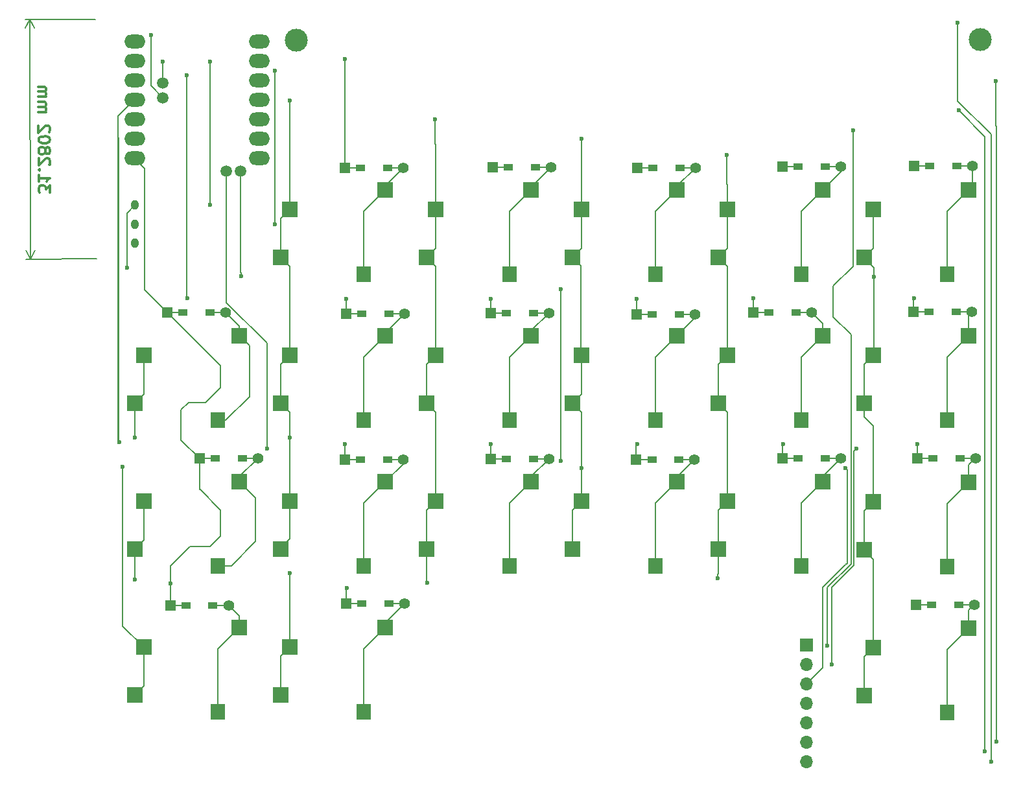
<source format=gbr>
%TF.GenerationSoftware,KiCad,Pcbnew,8.0.7*%
%TF.CreationDate,2025-02-26T14:12:20+09:00*%
%TF.ProjectId,cool642tb_R,636f6f6c-3634-4327-9462-5f522e6b6963,rev?*%
%TF.SameCoordinates,Original*%
%TF.FileFunction,Copper,L2,Bot*%
%TF.FilePolarity,Positive*%
%FSLAX46Y46*%
G04 Gerber Fmt 4.6, Leading zero omitted, Abs format (unit mm)*
G04 Created by KiCad (PCBNEW 8.0.7) date 2025-02-26 14:12:20*
%MOMM*%
%LPD*%
G01*
G04 APERTURE LIST*
%ADD10C,0.300000*%
%TA.AperFunction,NonConductor*%
%ADD11C,0.300000*%
%TD*%
%TA.AperFunction,NonConductor*%
%ADD12C,0.200000*%
%TD*%
%TA.AperFunction,ComponentPad*%
%ADD13R,1.397000X1.397000*%
%TD*%
%TA.AperFunction,SMDPad,CuDef*%
%ADD14R,1.300000X0.950000*%
%TD*%
%TA.AperFunction,ComponentPad*%
%ADD15C,1.397000*%
%TD*%
%TA.AperFunction,SMDPad,CuDef*%
%ADD16R,2.000000X2.000000*%
%TD*%
%TA.AperFunction,SMDPad,CuDef*%
%ADD17R,1.900000X2.000000*%
%TD*%
%TA.AperFunction,ComponentPad*%
%ADD18O,1.000000X1.300000*%
%TD*%
%TA.AperFunction,ComponentPad*%
%ADD19O,2.750000X1.800000*%
%TD*%
%TA.AperFunction,ComponentPad*%
%ADD20C,1.500000*%
%TD*%
%TA.AperFunction,ComponentPad*%
%ADD21R,1.700000X1.700000*%
%TD*%
%TA.AperFunction,ComponentPad*%
%ADD22O,1.700000X1.700000*%
%TD*%
%TA.AperFunction,ComponentPad*%
%ADD23C,3.000000*%
%TD*%
%TA.AperFunction,ViaPad*%
%ADD24C,0.600000*%
%TD*%
%TA.AperFunction,Conductor*%
%ADD25C,0.200000*%
%TD*%
G04 APERTURE END LIST*
D10*
D11*
X-38166205Y4719293D02*
X-38169173Y5647859D01*
X-38169173Y5647859D02*
X-38739001Y5146035D01*
X-38739001Y5146035D02*
X-38739686Y5360320D01*
X-38739686Y5360320D02*
X-38811571Y5502948D01*
X-38811571Y5502948D02*
X-38883227Y5574148D01*
X-38883227Y5574148D02*
X-39026312Y5645119D01*
X-39026312Y5645119D02*
X-39383453Y5643978D01*
X-39383453Y5643978D02*
X-39526081Y5572093D01*
X-39526081Y5572093D02*
X-39597281Y5500436D01*
X-39597281Y5500436D02*
X-39668252Y5357351D01*
X-39668252Y5357351D02*
X-39666882Y4928782D01*
X-39666882Y4928782D02*
X-39594997Y4786154D01*
X-39594997Y4786154D02*
X-39523341Y4714954D01*
X-39673733Y7071628D02*
X-39670993Y6214489D01*
X-39672363Y6643059D02*
X-38172370Y6647854D01*
X-38172370Y6647854D02*
X-38386198Y6504312D01*
X-38386198Y6504312D02*
X-38528598Y6360999D01*
X-38528598Y6360999D02*
X-38599569Y6217915D01*
X-39532932Y7714938D02*
X-39604588Y7786138D01*
X-39604588Y7786138D02*
X-39675788Y7714481D01*
X-39675788Y7714481D02*
X-39604131Y7643281D01*
X-39604131Y7643281D02*
X-39532932Y7714938D01*
X-39532932Y7714938D02*
X-39675788Y7714481D01*
X-38320707Y8361674D02*
X-38249507Y8433331D01*
X-38249507Y8433331D02*
X-38178536Y8576415D01*
X-38178536Y8576415D02*
X-38179678Y8933556D01*
X-38179678Y8933556D02*
X-38251562Y9076184D01*
X-38251562Y9076184D02*
X-38323219Y9147384D01*
X-38323219Y9147384D02*
X-38466304Y9218356D01*
X-38466304Y9218356D02*
X-38609160Y9217899D01*
X-38609160Y9217899D02*
X-38823216Y9145786D01*
X-38823216Y9145786D02*
X-39677615Y8285907D01*
X-39677615Y8285907D02*
X-39680583Y9214474D01*
X-38826185Y10074352D02*
X-38754300Y9931724D01*
X-38754300Y9931724D02*
X-38682644Y9860524D01*
X-38682644Y9860524D02*
X-38539559Y9789553D01*
X-38539559Y9789553D02*
X-38468131Y9789781D01*
X-38468131Y9789781D02*
X-38325503Y9861666D01*
X-38325503Y9861666D02*
X-38254303Y9933323D01*
X-38254303Y9933323D02*
X-38183331Y10076407D01*
X-38183331Y10076407D02*
X-38184245Y10362120D01*
X-38184245Y10362120D02*
X-38256130Y10504748D01*
X-38256130Y10504748D02*
X-38327786Y10575948D01*
X-38327786Y10575948D02*
X-38470871Y10646920D01*
X-38470871Y10646920D02*
X-38542299Y10646691D01*
X-38542299Y10646691D02*
X-38684927Y10574806D01*
X-38684927Y10574806D02*
X-38756127Y10503150D01*
X-38756127Y10503150D02*
X-38827098Y10360065D01*
X-38827098Y10360065D02*
X-38826185Y10074352D01*
X-38826185Y10074352D02*
X-38897157Y9931267D01*
X-38897157Y9931267D02*
X-38968356Y9859611D01*
X-38968356Y9859611D02*
X-39110984Y9787726D01*
X-39110984Y9787726D02*
X-39396697Y9786812D01*
X-39396697Y9786812D02*
X-39539782Y9857784D01*
X-39539782Y9857784D02*
X-39611439Y9928984D01*
X-39611439Y9928984D02*
X-39683324Y10071612D01*
X-39683324Y10071612D02*
X-39684237Y10357325D01*
X-39684237Y10357325D02*
X-39613265Y10500409D01*
X-39613265Y10500409D02*
X-39542066Y10572066D01*
X-39542066Y10572066D02*
X-39399438Y10643951D01*
X-39399438Y10643951D02*
X-39113725Y10644864D01*
X-39113725Y10644864D02*
X-38970640Y10573893D01*
X-38970640Y10573893D02*
X-38898983Y10502693D01*
X-38898983Y10502693D02*
X-38827098Y10360065D01*
X-38188127Y11576399D02*
X-38188583Y11719256D01*
X-38188583Y11719256D02*
X-38260468Y11861884D01*
X-38260468Y11861884D02*
X-38332125Y11933084D01*
X-38332125Y11933084D02*
X-38475210Y12004055D01*
X-38475210Y12004055D02*
X-38761151Y12074570D01*
X-38761151Y12074570D02*
X-39118292Y12073428D01*
X-39118292Y12073428D02*
X-39403776Y12001086D01*
X-39403776Y12001086D02*
X-39546404Y11929202D01*
X-39546404Y11929202D02*
X-39617604Y11857545D01*
X-39617604Y11857545D02*
X-39688576Y11714460D01*
X-39688576Y11714460D02*
X-39688119Y11571604D01*
X-39688119Y11571604D02*
X-39616234Y11428976D01*
X-39616234Y11428976D02*
X-39544577Y11357776D01*
X-39544577Y11357776D02*
X-39401493Y11286804D01*
X-39401493Y11286804D02*
X-39115551Y11216290D01*
X-39115551Y11216290D02*
X-38758410Y11217431D01*
X-38758410Y11217431D02*
X-38472926Y11289773D01*
X-38472926Y11289773D02*
X-38330298Y11361658D01*
X-38330298Y11361658D02*
X-38259098Y11433314D01*
X-38259098Y11433314D02*
X-38188127Y11576399D01*
X-38334408Y12647365D02*
X-38263208Y12719022D01*
X-38263208Y12719022D02*
X-38192237Y12862106D01*
X-38192237Y12862106D02*
X-38193379Y13219248D01*
X-38193379Y13219248D02*
X-38265264Y13361876D01*
X-38265264Y13361876D02*
X-38336920Y13433075D01*
X-38336920Y13433075D02*
X-38480005Y13504047D01*
X-38480005Y13504047D02*
X-38622861Y13503590D01*
X-38622861Y13503590D02*
X-38836918Y13431477D01*
X-38836918Y13431477D02*
X-39691316Y12571598D01*
X-39691316Y12571598D02*
X-39694284Y13500165D01*
X-39699993Y15285870D02*
X-38699998Y15289066D01*
X-38842855Y15288610D02*
X-38771655Y15360266D01*
X-38771655Y15360266D02*
X-38700683Y15503351D01*
X-38700683Y15503351D02*
X-38701368Y15717636D01*
X-38701368Y15717636D02*
X-38773253Y15860264D01*
X-38773253Y15860264D02*
X-38916338Y15931235D01*
X-38916338Y15931235D02*
X-39702048Y15928723D01*
X-38916338Y15931235D02*
X-38773710Y16003120D01*
X-38773710Y16003120D02*
X-38702738Y16146205D01*
X-38702738Y16146205D02*
X-38703424Y16360490D01*
X-38703424Y16360490D02*
X-38775308Y16503118D01*
X-38775308Y16503118D02*
X-38918393Y16574089D01*
X-38918393Y16574089D02*
X-39704103Y16571577D01*
X-39706387Y17285859D02*
X-38706392Y17289056D01*
X-38849249Y17288600D02*
X-38778049Y17360256D01*
X-38778049Y17360256D02*
X-38707077Y17503341D01*
X-38707077Y17503341D02*
X-38707762Y17717625D01*
X-38707762Y17717625D02*
X-38779647Y17860254D01*
X-38779647Y17860254D02*
X-38922732Y17931225D01*
X-38922732Y17931225D02*
X-39708442Y17928713D01*
X-38922732Y17931225D02*
X-38780104Y18003110D01*
X-38780104Y18003110D02*
X-38709132Y18146195D01*
X-38709132Y18146195D02*
X-38709817Y18360479D01*
X-38709817Y18360479D02*
X-38781702Y18503107D01*
X-38781702Y18503107D02*
X-38924787Y18574079D01*
X-38924787Y18574079D02*
X-39710497Y18571567D01*
D12*
X-32249997Y27378402D02*
X-41446659Y27349001D01*
X-32149997Y-3901598D02*
X-41346659Y-3930999D01*
X-40860242Y27350875D02*
X-40760242Y-3929125D01*
X-40860242Y27350875D02*
X-40760242Y-3929125D01*
X-40860242Y27350875D02*
X-40270223Y26226252D01*
X-40860242Y27350875D02*
X-41443058Y26222502D01*
X-40760242Y-3929125D02*
X-41350261Y-2804502D01*
X-40760242Y-3929125D02*
X-40177426Y-2800752D01*
D13*
%TO.P,D7,1,K*%
%TO.N,Row2*%
X19340000Y-30010000D03*
D14*
X21375000Y-30010000D03*
%TO.P,D7,2,A*%
%TO.N,Net-(D7-A)*%
X24925000Y-30010000D03*
D15*
X26960000Y-30010000D03*
%TD*%
D13*
%TO.P,D11,1,K*%
%TO.N,Row2*%
X38370000Y-30100000D03*
D14*
X40405000Y-30100000D03*
%TO.P,D11,2,A*%
%TO.N,Net-(D11-A)*%
X43955000Y-30100000D03*
D15*
X45990000Y-30100000D03*
%TD*%
D16*
%TO.P,SW1,1,1*%
%TO.N,Col0*%
X-8100000Y-3700000D03*
X-6900000Y2540000D03*
D17*
%TO.P,SW1,2,2*%
%TO.N,Net-(D1-A)*%
X2800000Y-5900000D03*
D16*
X5600000Y5080000D03*
%TD*%
D13*
%TO.P,D20,1,K*%
%TO.N,Row3*%
X74900000Y-49060000D03*
D14*
X76935000Y-49060000D03*
%TO.P,D20,2,A*%
%TO.N,Net-(D20-A)*%
X80485000Y-49060000D03*
D15*
X82520000Y-49060000D03*
%TD*%
D16*
%TO.P,SW8,1,1*%
%TO.N,Col1*%
X-27150000Y-41800000D03*
X-25950000Y-35560000D03*
D17*
%TO.P,SW8,2,2*%
%TO.N,Net-(D8-A)*%
X-16250000Y-44000000D03*
D16*
X-13450000Y-33020000D03*
%TD*%
D13*
%TO.P,D13,1,K*%
%TO.N,Row0*%
X57500000Y8140000D03*
D14*
X59535000Y8140000D03*
%TO.P,D13,2,A*%
%TO.N,Net-(D13-A)*%
X63085000Y8140000D03*
D15*
X65120000Y8140000D03*
%TD*%
D16*
%TO.P,SW15,1,1*%
%TO.N,Col3*%
X49050000Y-41800000D03*
X50250000Y-35560000D03*
D17*
%TO.P,SW15,2,2*%
%TO.N,Net-(D15-A)*%
X59950000Y-44000000D03*
D16*
X62750000Y-33020000D03*
%TD*%
%TO.P,SW16,1,1*%
%TO.N,Col3*%
X-8100000Y-60850000D03*
X-6900000Y-54610000D03*
D17*
%TO.P,SW16,2,2*%
%TO.N,Net-(D16-A)*%
X2800000Y-63050000D03*
D16*
X5600000Y-52070000D03*
%TD*%
D18*
%TO.P,SW21,1,A*%
%TO.N,unconnected-(SW21-A-Pad1)*%
X-27100000Y-1890000D03*
%TO.P,SW21,2,B*%
%TO.N,Net-(BT1--)*%
X-27100000Y610000D03*
%TO.P,SW21,3,C*%
%TO.N,GND*%
X-27100000Y3110000D03*
%TD*%
D16*
%TO.P,SW13,1,1*%
%TO.N,Col3*%
X49050000Y-3700000D03*
X50250000Y2540000D03*
D17*
%TO.P,SW13,2,2*%
%TO.N,Net-(D13-A)*%
X59950000Y-5900000D03*
D16*
X62750000Y5080000D03*
%TD*%
D13*
%TO.P,D15,1,K*%
%TO.N,Row2*%
X57500000Y-29950000D03*
D14*
X59535000Y-29950000D03*
%TO.P,D15,2,A*%
%TO.N,Net-(D15-A)*%
X63085000Y-29950000D03*
D15*
X65120000Y-29950000D03*
%TD*%
D13*
%TO.P,D1,1,K*%
%TO.N,Row0*%
X350000Y8000000D03*
D14*
X2385000Y8000000D03*
%TO.P,D1,2,A*%
%TO.N,Net-(D1-A)*%
X5935000Y8000000D03*
D15*
X7970000Y8000000D03*
%TD*%
D13*
%TO.P,D9,1,K*%
%TO.N,Row0*%
X38490000Y8000000D03*
D14*
X40525000Y8000000D03*
%TO.P,D9,2,A*%
%TO.N,Net-(D9-A)*%
X44075000Y8000000D03*
D15*
X46110000Y8000000D03*
%TD*%
D13*
%TO.P,D17,1,K*%
%TO.N,Row0*%
X74630000Y8180000D03*
D14*
X76665000Y8180000D03*
%TO.P,D17,2,A*%
%TO.N,Net-(D17-A)*%
X80215000Y8180000D03*
D15*
X82250000Y8180000D03*
%TD*%
D13*
%TO.P,D4,1,K*%
%TO.N,Row3*%
X-22850000Y-10950000D03*
D14*
X-20815000Y-10950000D03*
%TO.P,D4,2,A*%
%TO.N,Net-(D4-A)*%
X-17265000Y-10950000D03*
D15*
X-15230000Y-10950000D03*
%TD*%
D13*
%TO.P,D16,1,K*%
%TO.N,Row3*%
X520000Y-48970000D03*
D14*
X2555000Y-48970000D03*
%TO.P,D16,2,A*%
%TO.N,Net-(D16-A)*%
X6105000Y-48970000D03*
D15*
X8140000Y-48970000D03*
%TD*%
D16*
%TO.P,SW17,1,1*%
%TO.N,Col4*%
X68100000Y-3700000D03*
X69300000Y2540000D03*
D17*
%TO.P,SW17,2,2*%
%TO.N,Net-(D17-A)*%
X79000000Y-5900000D03*
D16*
X81800000Y5080000D03*
%TD*%
D13*
%TO.P,D3,1,K*%
%TO.N,Row2*%
X295000Y-30130000D03*
D14*
X2330000Y-30130000D03*
%TO.P,D3,2,A*%
%TO.N,Net-(D3-A)*%
X5880000Y-30130000D03*
D15*
X7915000Y-30130000D03*
%TD*%
D13*
%TO.P,D19,1,K*%
%TO.N,Row2*%
X75045000Y-29940000D03*
D14*
X77080000Y-29940000D03*
%TO.P,D19,2,A*%
%TO.N,Net-(D19-A)*%
X80630000Y-29940000D03*
D15*
X82665000Y-29940000D03*
%TD*%
D16*
%TO.P,SW11,1,1*%
%TO.N,Col2*%
X30000000Y-41800000D03*
X31200000Y-35560000D03*
D17*
%TO.P,SW11,2,2*%
%TO.N,Net-(D11-A)*%
X40900000Y-44000000D03*
D16*
X43700000Y-33020000D03*
%TD*%
%TO.P,SW12,1,1*%
%TO.N,Col2*%
X-27150000Y-60850000D03*
X-25950000Y-54610000D03*
D17*
%TO.P,SW12,2,2*%
%TO.N,Net-(D12-A)*%
X-16250000Y-63050000D03*
D16*
X-13450000Y-52070000D03*
%TD*%
%TO.P,SW19,1,1*%
%TO.N,Col4*%
X68100000Y-41900000D03*
X69300000Y-35660000D03*
D17*
%TO.P,SW19,2,2*%
%TO.N,Net-(D19-A)*%
X79000000Y-44100000D03*
D16*
X81800000Y-33120000D03*
%TD*%
%TO.P,SW20,1,1*%
%TO.N,Col4*%
X68100000Y-60950000D03*
X69300000Y-54710000D03*
D17*
%TO.P,SW20,2,2*%
%TO.N,Net-(D20-A)*%
X79000000Y-63150000D03*
D16*
X81800000Y-52170000D03*
%TD*%
%TO.P,SW3,1,1*%
%TO.N,Col0*%
X-8100000Y-41800000D03*
X-6900000Y-35560000D03*
D17*
%TO.P,SW3,2,2*%
%TO.N,Net-(D3-A)*%
X2800000Y-44000000D03*
D16*
X5600000Y-33020000D03*
%TD*%
D13*
%TO.P,D10,1,K*%
%TO.N,Row1*%
X38430000Y-11150000D03*
D14*
X40465000Y-11150000D03*
%TO.P,D10,2,A*%
%TO.N,Net-(D10-A)*%
X44015000Y-11150000D03*
D15*
X46050000Y-11150000D03*
%TD*%
D16*
%TO.P,SW7,1,1*%
%TO.N,Col1*%
X10950000Y-41800000D03*
X12150000Y-35560000D03*
D17*
%TO.P,SW7,2,2*%
%TO.N,Net-(D7-A)*%
X21850000Y-44000000D03*
D16*
X24650000Y-33020000D03*
%TD*%
%TO.P,SW10,1,1*%
%TO.N,Col2*%
X30000000Y-22750000D03*
X31200000Y-16510000D03*
D17*
%TO.P,SW10,2,2*%
%TO.N,Net-(D10-A)*%
X40900000Y-24950000D03*
D16*
X43700000Y-13970000D03*
%TD*%
D19*
%TO.P,U1,1,P0.02_A0_D0*%
%TO.N,MOTION*%
X-27110000Y24450000D03*
%TO.P,U1,2,P0.03_A1_D1*%
%TO.N,Row0*%
X-27110000Y21910000D03*
%TO.P,U1,3,P0.28_A2_D2*%
%TO.N,Row1*%
X-27110000Y19370000D03*
%TO.P,U1,4,P0.29_A3_D3*%
%TO.N,Row2*%
X-27110000Y16830000D03*
%TO.P,U1,5,P0.04_A4_D4_SDA*%
%TO.N,SDIO*%
X-27110000Y14290000D03*
%TO.P,U1,6,P0.05_A5_D5_SCL*%
%TO.N,SCLK*%
X-27110000Y11750000D03*
%TO.P,U1,7,P1.11_D6_TX*%
%TO.N,Row3*%
X-27110000Y9210000D03*
%TO.P,U1,8,P1.12_D7_RX*%
%TO.N,Col3*%
X-10870000Y9210000D03*
%TO.P,U1,9,P1.13_D8_SCK*%
%TO.N,Col2*%
X-10870000Y11750000D03*
%TO.P,U1,10,P1.14_D9_MISO*%
%TO.N,Col1*%
X-10870000Y14290000D03*
%TO.P,U1,11,P1.15_D10_MOSI*%
%TO.N,Col0*%
X-10870000Y16830000D03*
%TO.P,U1,12,3V3*%
%TO.N,3.3V*%
X-10870000Y19370000D03*
%TO.P,U1,13,GND*%
%TO.N,GND*%
X-10870000Y21910000D03*
%TO.P,U1,14,5V*%
%TO.N,VCC*%
X-10870000Y24450000D03*
D20*
%TO.P,U1,15,NFC1_0.09*%
%TO.N,CS*%
X-15154600Y7518000D03*
%TO.P,U1,16,NFC2_0.10*%
%TO.N,Col4*%
X-13275000Y7518000D03*
%TO.P,U1,20,BATT+*%
%TO.N,Bat*%
X-23435000Y17147000D03*
%TO.P,U1,21,BATT-*%
%TO.N,GND*%
X-23435000Y19052000D03*
%TD*%
D13*
%TO.P,D2,1,K*%
%TO.N,Row1*%
X500000Y-11080000D03*
D14*
X2535000Y-11080000D03*
%TO.P,D2,2,A*%
%TO.N,Net-(D2-A)*%
X6085000Y-11080000D03*
D15*
X8120000Y-11080000D03*
%TD*%
D21*
%TO.P,J1,1,SCLK*%
%TO.N,SCLK*%
X60590000Y-54350000D03*
D22*
%TO.P,J1,2,nCS*%
%TO.N,CS*%
X60590000Y-56890000D03*
%TO.P,J1,3,GND*%
%TO.N,GND*%
X60590000Y-59430000D03*
%TO.P,J1,4,Vin*%
%TO.N,3.3V*%
X60590000Y-61970000D03*
%TO.P,J1,5,nc*%
%TO.N,unconnected-(J1-nc-Pad5)*%
X60590000Y-64510000D03*
%TO.P,J1,6,SDIO*%
%TO.N,SDIO*%
X60590000Y-67050000D03*
%TO.P,J1,7,MOTION*%
%TO.N,MOTION*%
X60590000Y-69590000D03*
%TD*%
D13*
%TO.P,D6,1,K*%
%TO.N,Row1*%
X19340000Y-10980000D03*
D14*
X21375000Y-10980000D03*
%TO.P,D6,2,A*%
%TO.N,Net-(D6-A)*%
X24925000Y-10980000D03*
D15*
X26960000Y-10980000D03*
%TD*%
D16*
%TO.P,SW5,1,1*%
%TO.N,Col1*%
X10950000Y-3700000D03*
X12150000Y2540000D03*
D17*
%TO.P,SW5,2,2*%
%TO.N,Net-(D5-A)*%
X21850000Y-5900000D03*
D16*
X24650000Y5080000D03*
%TD*%
%TO.P,SW6,1,1*%
%TO.N,Col1*%
X10950000Y-22750000D03*
X12150000Y-16510000D03*
D17*
%TO.P,SW6,2,2*%
%TO.N,Net-(D6-A)*%
X21850000Y-24950000D03*
D16*
X24650000Y-13970000D03*
%TD*%
%TO.P,SW9,1,1*%
%TO.N,Col2*%
X30000000Y-3700000D03*
X31200000Y2540000D03*
D17*
%TO.P,SW9,2,2*%
%TO.N,Net-(D9-A)*%
X40900000Y-5900000D03*
D16*
X43700000Y5080000D03*
%TD*%
%TO.P,SW4,1,1*%
%TO.N,Col0*%
X-27150000Y-22750000D03*
X-25950000Y-16510000D03*
D17*
%TO.P,SW4,2,2*%
%TO.N,Net-(D4-A)*%
X-16250000Y-24950000D03*
D16*
X-13450000Y-13970000D03*
%TD*%
D13*
%TO.P,D8,1,K*%
%TO.N,Row3*%
X-18680000Y-29980000D03*
D14*
X-16645000Y-29980000D03*
%TO.P,D8,2,A*%
%TO.N,Net-(D8-A)*%
X-13095000Y-29980000D03*
D15*
X-11060000Y-29980000D03*
%TD*%
D23*
%TO.P,BT1,1,+*%
%TO.N,Bat*%
X-6020000Y24670000D03*
%TO.P,BT1,2,-*%
%TO.N,Net-(BT1--)*%
X83250000Y24710000D03*
%TD*%
D13*
%TO.P,D14,1,K*%
%TO.N,Row1*%
X53680000Y-10930000D03*
D14*
X55715000Y-10930000D03*
%TO.P,D14,2,A*%
%TO.N,Net-(D14-A)*%
X59265000Y-10930000D03*
D15*
X61300000Y-10930000D03*
%TD*%
D13*
%TO.P,D12,1,K*%
%TO.N,Row3*%
X-22500000Y-49140000D03*
D14*
X-20465000Y-49140000D03*
%TO.P,D12,2,A*%
%TO.N,Net-(D12-A)*%
X-16915000Y-49140000D03*
D15*
X-14880000Y-49140000D03*
%TD*%
D13*
%TO.P,D5,1,K*%
%TO.N,Row0*%
X19600000Y8040000D03*
D14*
X21635000Y8040000D03*
%TO.P,D5,2,A*%
%TO.N,Net-(D5-A)*%
X25185000Y8040000D03*
D15*
X27220000Y8040000D03*
%TD*%
D16*
%TO.P,SW2,1,1*%
%TO.N,Col0*%
X-8100000Y-22750000D03*
X-6900000Y-16510000D03*
D17*
%TO.P,SW2,2,2*%
%TO.N,Net-(D2-A)*%
X2800000Y-24950000D03*
D16*
X5600000Y-13970000D03*
%TD*%
%TO.P,SW18,1,1*%
%TO.N,Col4*%
X68100000Y-22750000D03*
X69300000Y-16510000D03*
D17*
%TO.P,SW18,2,2*%
%TO.N,Net-(D18-A)*%
X79000000Y-24950000D03*
D16*
X81800000Y-13970000D03*
%TD*%
%TO.P,SW14,1,1*%
%TO.N,Col3*%
X49050000Y-22750000D03*
X50250000Y-16510000D03*
D17*
%TO.P,SW14,2,2*%
%TO.N,Net-(D14-A)*%
X59950000Y-24950000D03*
D16*
X62750000Y-13970000D03*
%TD*%
D13*
%TO.P,D18,1,K*%
%TO.N,Row1*%
X74600000Y-10860000D03*
D14*
X76635000Y-10860000D03*
%TO.P,D18,2,A*%
%TO.N,Net-(D18-A)*%
X80185000Y-10860000D03*
D15*
X82220000Y-10860000D03*
%TD*%
D24*
%TO.N,Bat*%
X-25040000Y25320000D03*
%TO.N,Row0*%
X340000Y22200000D03*
%TO.N,Row1*%
X-20310000Y20070000D03*
X-20270000Y-9070000D03*
X53670000Y-9040000D03*
X510000Y-9100000D03*
X38450000Y-9100000D03*
X19340000Y-9100000D03*
X74640000Y-9080000D03*
%TO.N,Row2*%
X340000Y-28070000D03*
X75040000Y-28070000D03*
X38470000Y-28070000D03*
X19360000Y-28070000D03*
X57530000Y-28070000D03*
X-29120000Y-27840000D03*
%TO.N,Row3*%
X560000Y-46930000D03*
X-22450000Y-46340000D03*
%TO.N,GND*%
X-23440000Y21890000D03*
X65680000Y-31230000D03*
X-17320000Y3110000D03*
X28480000Y-7840000D03*
X-28160000Y-5070000D03*
X28470000Y-30300000D03*
X-17310000Y21890000D03*
%TO.N,CS*%
X63910000Y-56860000D03*
X67120000Y-28720000D03*
X-9850000Y-28700000D03*
%TO.N,SCLK*%
X66690000Y12840000D03*
X63310000Y-54390000D03*
%TO.N,MOTION*%
X84690000Y-69590000D03*
X80300000Y26940000D03*
%TO.N,3.3V*%
X85370000Y-66960000D03*
X85350000Y19300000D03*
%TO.N,SDIO*%
X80500000Y15480000D03*
X83920000Y-68240000D03*
%TO.N,Col0*%
X-27130000Y-27240000D03*
X-6880000Y16760000D03*
X-6900000Y-27240000D03*
%TO.N,Col1*%
X12090000Y14290000D03*
X-27100000Y-45810000D03*
X11050000Y-46230000D03*
%TO.N,Col2*%
X-28700000Y-31100000D03*
X31210000Y11780000D03*
X31200000Y-31240000D03*
%TO.N,Col3*%
X-6850000Y-44940000D03*
X50220000Y9660000D03*
X49020000Y-45640000D03*
%TO.N,Col4*%
X-13270000Y-6160000D03*
X69430000Y-6240000D03*
%TO.N,Net-(BT1--)*%
X-8870000Y620000D03*
X-8850000Y20640000D03*
%TD*%
D25*
%TO.N,Bat*%
X-23435000Y17147000D02*
X-25040000Y18752000D01*
X-25040000Y18752000D02*
X-25040000Y19330000D01*
X-25040000Y25320000D02*
X-25040000Y19330000D01*
%TO.N,Net-(D1-A)*%
X5600000Y5080000D02*
X2800000Y2280000D01*
X5600000Y5630000D02*
X5600000Y5080000D01*
X7970000Y8000000D02*
X5600000Y5630000D01*
X5935000Y8000000D02*
X7970000Y8000000D01*
X2800000Y2280000D02*
X2800000Y-5900000D01*
%TO.N,Row0*%
X19600000Y8040000D02*
X21635000Y8040000D01*
X57500000Y8140000D02*
X59535000Y8140000D01*
X340000Y22200000D02*
X350000Y22190000D01*
X350000Y22190000D02*
X350000Y8000000D01*
X350000Y8000000D02*
X2385000Y8000000D01*
X74630000Y8180000D02*
X76665000Y8180000D01*
X38490000Y8000000D02*
X40525000Y8000000D01*
%TO.N,Net-(D2-A)*%
X6085000Y-11080000D02*
X8120000Y-11080000D01*
X8120000Y-11080000D02*
X5600000Y-13600000D01*
X5600000Y-13600000D02*
X5600000Y-13970000D01*
X5600000Y-13970000D02*
X2800000Y-16770000D01*
X2800000Y-16770000D02*
X2800000Y-24950000D01*
%TO.N,Row1*%
X38430000Y-11150000D02*
X40465000Y-11150000D01*
X500000Y-9110000D02*
X510000Y-9100000D01*
X19340000Y-10980000D02*
X21375000Y-10980000D01*
X-20310000Y-9030000D02*
X-20270000Y-9070000D01*
X53670000Y-10920000D02*
X53680000Y-10930000D01*
X74600000Y-10860000D02*
X74600000Y-9120000D01*
X500000Y-11080000D02*
X2535000Y-11080000D01*
X-20310000Y20070000D02*
X-20310000Y-9030000D01*
X38430000Y-9120000D02*
X38450000Y-9100000D01*
X500000Y-11080000D02*
X500000Y-9110000D01*
X19340000Y-10980000D02*
X19340000Y-9100000D01*
X53670000Y-9040000D02*
X53670000Y-10920000D01*
X76635000Y-10860000D02*
X74600000Y-10860000D01*
X74600000Y-9120000D02*
X74640000Y-9080000D01*
X53680000Y-10930000D02*
X55715000Y-10930000D01*
X38430000Y-11150000D02*
X38430000Y-9120000D01*
%TO.N,Net-(D3-A)*%
X5600000Y-33020000D02*
X2800000Y-35820000D01*
X5880000Y-30130000D02*
X7915000Y-30130000D01*
X7915000Y-30130000D02*
X7915000Y-30705000D01*
X7915000Y-30705000D02*
X5600000Y-33020000D01*
X2800000Y-35820000D02*
X2800000Y-44000000D01*
%TO.N,Row2*%
X38370000Y-28170000D02*
X38470000Y-28070000D01*
X295000Y-30130000D02*
X2330000Y-30130000D01*
X75045000Y-29940000D02*
X77080000Y-29940000D01*
X295000Y-30130000D02*
X295000Y-28115000D01*
X-29295000Y-27665000D02*
X-29120000Y-27840000D01*
X-27120000Y16810000D02*
X-27252056Y16810000D01*
X295000Y-28115000D02*
X340000Y-28070000D01*
X57500000Y-29950000D02*
X57500000Y-28100000D01*
X75045000Y-29940000D02*
X75045000Y-28075000D01*
X38370000Y-30100000D02*
X40405000Y-30100000D01*
X-29265000Y-27695000D02*
X-29120000Y-27840000D01*
X-29295000Y14767056D02*
X-29295000Y-27665000D01*
X-27252056Y16810000D02*
X-29295000Y14767056D01*
X19340000Y-28090000D02*
X19360000Y-28070000D01*
X19340000Y-30010000D02*
X21375000Y-30010000D01*
X38370000Y-30100000D02*
X38370000Y-28170000D01*
X57500000Y-28100000D02*
X57530000Y-28070000D01*
X75045000Y-28075000D02*
X75040000Y-28070000D01*
X57500000Y-29950000D02*
X59535000Y-29950000D01*
X-29265000Y11987056D02*
X-29265000Y-27695000D01*
X19340000Y-30010000D02*
X19340000Y-28090000D01*
%TO.N,Net-(D4-A)*%
X-12160000Y-15260000D02*
X-12160000Y-21880000D01*
X-13450000Y-13970000D02*
X-12160000Y-15260000D01*
X-17265000Y-10950000D02*
X-15230000Y-10950000D01*
X-15230000Y-10950000D02*
X-13450000Y-12730000D01*
X-13450000Y-12730000D02*
X-13450000Y-13970000D01*
X-12160000Y-21880000D02*
X-15230000Y-24950000D01*
X-15230000Y-24950000D02*
X-16250000Y-24950000D01*
%TO.N,Row3*%
X76935000Y-49060000D02*
X74900000Y-49060000D01*
X-22450000Y-46340000D02*
X-22450000Y-43990000D01*
X-22450000Y-43990000D02*
X-19960000Y-41500000D01*
X520000Y-48970000D02*
X2555000Y-48970000D01*
X-21080000Y-27580000D02*
X-18680000Y-29980000D01*
X-19960000Y-41500000D02*
X-17300000Y-41500000D01*
X-18596955Y-34053045D02*
X-18680000Y-34053045D01*
X-21080000Y-23650000D02*
X-21080000Y-27580000D01*
X-20070000Y-22640000D02*
X-21080000Y-23650000D01*
X-17880000Y-22640000D02*
X-20070000Y-22640000D01*
X-15940000Y-36710000D02*
X-18596955Y-34053045D01*
X-22850000Y-10950000D02*
X-15950000Y-17850000D01*
X520000Y-46970000D02*
X560000Y-46930000D01*
X-15950000Y-17850000D02*
X-15950000Y-20710000D01*
X-22500000Y-49140000D02*
X-20465000Y-49140000D01*
X520000Y-48970000D02*
X520000Y-46970000D01*
X-22450000Y-46340000D02*
X-22450000Y-49090000D01*
X-17300000Y-41500000D02*
X-15940000Y-40140000D01*
X-15940000Y-40140000D02*
X-15940000Y-36710000D01*
X-22450000Y-49090000D02*
X-22500000Y-49140000D01*
X-18680000Y-34053045D02*
X-18680000Y-29980000D01*
X-22850000Y-10950000D02*
X-20815000Y-10950000D01*
X-15950000Y-20710000D02*
X-17880000Y-22640000D01*
X-22850000Y-10950000D02*
X-25820000Y-7980000D01*
X-25820000Y7890000D02*
X-27120000Y9190000D01*
X-25820000Y-7980000D02*
X-25820000Y7890000D01*
X-18680000Y-29980000D02*
X-16645000Y-29980000D01*
%TO.N,Net-(D5-A)*%
X24650000Y5470000D02*
X24650000Y5080000D01*
X24650000Y5080000D02*
X21850000Y2280000D01*
X25185000Y8040000D02*
X27220000Y8040000D01*
X27220000Y8040000D02*
X24650000Y5470000D01*
X21850000Y2280000D02*
X21850000Y-5900000D01*
%TO.N,Net-(D6-A)*%
X26960000Y-10980000D02*
X24650000Y-13290000D01*
X24925000Y-10980000D02*
X26960000Y-10980000D01*
X24650000Y-13290000D02*
X24650000Y-13970000D01*
X24650000Y-13970000D02*
X21850000Y-16770000D01*
X21850000Y-16770000D02*
X21850000Y-24950000D01*
%TO.N,Net-(D7-A)*%
X21850000Y-35820000D02*
X24650000Y-33020000D01*
X21850000Y-44000000D02*
X21850000Y-35820000D01*
X24925000Y-30010000D02*
X26960000Y-30010000D01*
X26960000Y-30010000D02*
X24650000Y-32320000D01*
X24650000Y-32320000D02*
X24650000Y-33020000D01*
%TO.N,Net-(D8-A)*%
X-11350000Y-35120000D02*
X-11350000Y-40830000D01*
X-11350000Y-40830000D02*
X-14520000Y-44000000D01*
X-13450000Y-33020000D02*
X-11350000Y-35120000D01*
X-13450000Y-32370000D02*
X-13450000Y-33020000D01*
X-11060000Y-29980000D02*
X-13450000Y-32370000D01*
X-14520000Y-44000000D02*
X-16250000Y-44000000D01*
X-13095000Y-29980000D02*
X-11060000Y-29980000D01*
%TO.N,Net-(D9-A)*%
X46110000Y8000000D02*
X43700000Y5590000D01*
X43700000Y5590000D02*
X43700000Y5080000D01*
X44075000Y8000000D02*
X46110000Y8000000D01*
X40900000Y2280000D02*
X40900000Y-5900000D01*
X43700000Y5080000D02*
X40900000Y2280000D01*
%TO.N,Net-(D10-A)*%
X44015000Y-11150000D02*
X46050000Y-11150000D01*
X40900000Y-16770000D02*
X40900000Y-24950000D01*
X46050000Y-11150000D02*
X46050000Y-11620000D01*
X46050000Y-11620000D02*
X43700000Y-13970000D01*
X43700000Y-13970000D02*
X40900000Y-16770000D01*
%TO.N,Net-(D11-A)*%
X43700000Y-33020000D02*
X40900000Y-35820000D01*
X45990000Y-30100000D02*
X43700000Y-32390000D01*
X40900000Y-35820000D02*
X40900000Y-44000000D01*
X43955000Y-30100000D02*
X45990000Y-30100000D01*
X43700000Y-32390000D02*
X43700000Y-33020000D01*
%TO.N,Net-(D12-A)*%
X-14880000Y-49140000D02*
X-13450000Y-50570000D01*
X-13450000Y-50570000D02*
X-13450000Y-52070000D01*
X-16915000Y-49140000D02*
X-14880000Y-49140000D01*
X-16250000Y-54870000D02*
X-16250000Y-63050000D01*
X-13450000Y-52070000D02*
X-16250000Y-54870000D01*
%TO.N,Net-(D13-A)*%
X59950000Y2280000D02*
X59950000Y-5900000D01*
X62750000Y5080000D02*
X59950000Y2280000D01*
X65120000Y8140000D02*
X65120000Y7450000D01*
X65120000Y7450000D02*
X62750000Y5080000D01*
X63085000Y8140000D02*
X65120000Y8140000D01*
%TO.N,Net-(D14-A)*%
X61300000Y-10930000D02*
X62750000Y-12380000D01*
X62750000Y-13970000D02*
X59950000Y-16770000D01*
X59265000Y-10930000D02*
X61300000Y-10930000D01*
X59950000Y-16770000D02*
X59950000Y-24950000D01*
X62750000Y-12380000D02*
X62750000Y-13970000D01*
%TO.N,Net-(D15-A)*%
X65120000Y-29950000D02*
X62750000Y-32320000D01*
X62750000Y-32320000D02*
X62750000Y-33020000D01*
X62750000Y-33020000D02*
X59950000Y-35820000D01*
X63085000Y-29950000D02*
X65120000Y-29950000D01*
X59950000Y-35820000D02*
X59950000Y-44000000D01*
%TO.N,Net-(D16-A)*%
X2800000Y-54870000D02*
X2800000Y-63050000D01*
X8140000Y-48970000D02*
X5600000Y-51510000D01*
X6105000Y-48970000D02*
X8140000Y-48970000D01*
X5600000Y-51510000D02*
X5600000Y-52070000D01*
X5600000Y-52070000D02*
X2800000Y-54870000D01*
%TO.N,Net-(D17-A)*%
X81800000Y5080000D02*
X79000000Y2280000D01*
X79000000Y2280000D02*
X79000000Y-5900000D01*
X82250000Y5530000D02*
X81800000Y5080000D01*
X82250000Y8180000D02*
X82250000Y5530000D01*
X82250000Y8180000D02*
X80215000Y8180000D01*
%TO.N,Net-(D18-A)*%
X82220000Y-10860000D02*
X80185000Y-10860000D01*
X81800000Y-11280000D02*
X82220000Y-10860000D01*
X81800000Y-13970000D02*
X81800000Y-11280000D01*
X79000000Y-16770000D02*
X79000000Y-24950000D01*
X81800000Y-13970000D02*
X79000000Y-16770000D01*
%TO.N,GND*%
X-28160000Y2050000D02*
X-27100000Y3110000D01*
X65890000Y-43672633D02*
X65890000Y-31440000D01*
X-17320000Y21880000D02*
X-17310000Y21890000D01*
X62710000Y-57310000D02*
X62710000Y-46852633D01*
X62710000Y-46852633D02*
X65706316Y-43856317D01*
X65706316Y-43856317D02*
X65890000Y-43672633D01*
X28470000Y-30300000D02*
X28470000Y-7850000D01*
X-17320000Y3110000D02*
X-17320000Y21880000D01*
X-28160000Y-5070000D02*
X-28160000Y2050000D01*
X-23435000Y21885000D02*
X-23440000Y21890000D01*
X28470000Y-7850000D02*
X28480000Y-7840000D01*
X60590000Y-59430000D02*
X62710000Y-57310000D01*
X65890000Y-31440000D02*
X65680000Y-31230000D01*
X-23435000Y19052000D02*
X-23435000Y21885000D01*
%TO.N,CS*%
X63910000Y-46784004D02*
X63910000Y-56860000D01*
X66800000Y-29040000D02*
X67120000Y-28720000D01*
X66162002Y-44532002D02*
X63910000Y-46784004D01*
X66162002Y-44532002D02*
X66800000Y-43894004D01*
X-15154600Y-9604600D02*
X-15158953Y-9608953D01*
X66800000Y-43894004D02*
X66800000Y-29040000D01*
X-9850000Y-14917907D02*
X-9850000Y-28700000D01*
X-15154600Y7518000D02*
X-15154600Y-9604600D01*
X-15158953Y-9608953D02*
X-9850000Y-14917907D01*
%TO.N,SCLK*%
X66400000Y-13780000D02*
X64107467Y-11487467D01*
X63310000Y-46818318D02*
X66400000Y-43728318D01*
X66680000Y-4910000D02*
X66680000Y11170000D01*
X66400000Y-43728318D02*
X66400000Y-13780000D01*
X63310000Y-54390000D02*
X63310000Y-46818318D01*
X66690000Y12840000D02*
X66690000Y11180000D01*
X66690000Y11180000D02*
X66680000Y11170000D01*
X64107467Y-7482533D02*
X66680000Y-4910000D01*
X64107467Y-11487467D02*
X64107467Y-7482533D01*
%TO.N,MOTION*%
X84690000Y-69590000D02*
X84690000Y12340000D01*
X80300000Y16730000D02*
X80300000Y26940000D01*
X84690000Y12340000D02*
X80300000Y16730000D01*
%TO.N,3.3V*%
X85380000Y-66950000D02*
X85380000Y13460000D01*
X85370000Y-66960000D02*
X85380000Y-66950000D01*
X85350000Y19300000D02*
X85350000Y13490000D01*
X85350000Y13490000D02*
X85380000Y13460000D01*
%TO.N,SDIO*%
X80500000Y15480000D02*
X83920000Y12060000D01*
X83920000Y12060000D02*
X83920000Y11300000D01*
X83920000Y-68240000D02*
X83920000Y11300000D01*
X-27090000Y14030000D02*
X-27222056Y14030000D01*
%TO.N,Net-(D19-A)*%
X82665000Y-29940000D02*
X80630000Y-29940000D01*
X81800000Y-33120000D02*
X79000000Y-35920000D01*
X79000000Y-35920000D02*
X79000000Y-44100000D01*
X81800000Y-30805000D02*
X82665000Y-29940000D01*
X81800000Y-33120000D02*
X81800000Y-30805000D01*
%TO.N,Col0*%
X-6900000Y16740000D02*
X-6880000Y16760000D01*
X-8100000Y-17710000D02*
X-6900000Y-16510000D01*
X-8100000Y1340000D02*
X-6900000Y2540000D01*
X-8100000Y-41690000D02*
X-6900000Y-40490000D01*
X-6900000Y-23950000D02*
X-8100000Y-22750000D01*
X-25950000Y-21550000D02*
X-27150000Y-22750000D01*
X-6900000Y-4900000D02*
X-8100000Y-3700000D01*
X-6900000Y-40490000D02*
X-6900000Y-35560000D01*
X-6900000Y-35560000D02*
X-6900000Y-23950000D01*
X-27150000Y-27220000D02*
X-27130000Y-27240000D01*
X-8100000Y-41800000D02*
X-8100000Y-41690000D01*
X-6900000Y2540000D02*
X-6900000Y16740000D01*
X-8100000Y-22750000D02*
X-8100000Y-17710000D01*
X-25950000Y-16510000D02*
X-25950000Y-21550000D01*
X-8100000Y-3700000D02*
X-8100000Y1340000D01*
X-6900000Y-16510000D02*
X-6900000Y-4900000D01*
X-27150000Y-22750000D02*
X-27150000Y-27220000D01*
%TO.N,Col1*%
X-25950000Y-35560000D02*
X-25950000Y-40600000D01*
X12150000Y-23950000D02*
X10950000Y-22750000D01*
X10950000Y-36760000D02*
X12150000Y-35560000D01*
X12090000Y14290000D02*
X12090000Y11090000D01*
X12150000Y-2500000D02*
X10950000Y-3700000D01*
X10950000Y-17710000D02*
X12150000Y-16510000D01*
X12150000Y11030000D02*
X12150000Y2540000D01*
X-25950000Y-40600000D02*
X-27150000Y-41800000D01*
X12150000Y-35560000D02*
X12150000Y-23950000D01*
X12150000Y-16510000D02*
X12150000Y-4900000D01*
X11050000Y-46230000D02*
X10950000Y-46130000D01*
X12150000Y11080000D02*
X12150000Y2540000D01*
X10950000Y-22750000D02*
X10950000Y-17710000D01*
X10950000Y-46130000D02*
X10950000Y-41800000D01*
X12150000Y-4900000D02*
X10950000Y-3700000D01*
X10950000Y-41800000D02*
X10950000Y-36760000D01*
X12150000Y2540000D02*
X12150000Y-2500000D01*
X-27150000Y-45760000D02*
X-27100000Y-45810000D01*
X12090000Y11090000D02*
X12150000Y11030000D01*
X-27150000Y-41800000D02*
X-27150000Y-45760000D01*
%TO.N,Col2*%
X31200000Y9510000D02*
X31200000Y2540000D01*
X31200000Y-21550000D02*
X30000000Y-22750000D01*
X31120000Y-16430000D02*
X31120000Y-4820000D01*
X31200000Y2540000D02*
X31200000Y-2500000D01*
X31210000Y11780000D02*
X31210000Y9520000D01*
X31120000Y-4820000D02*
X30000000Y-3700000D01*
X-25950000Y-54610000D02*
X-25950000Y-59650000D01*
X31200000Y-31240000D02*
X31200000Y-23950000D01*
X31200000Y-16510000D02*
X31120000Y-16430000D01*
X-25950000Y-59650000D02*
X-27150000Y-60850000D01*
X31200000Y-23950000D02*
X30000000Y-22750000D01*
X31200000Y-35560000D02*
X31200000Y-31240000D01*
X30000000Y-36760000D02*
X31200000Y-35560000D01*
X30000000Y-41800000D02*
X30000000Y-36760000D01*
X-28700000Y-31100000D02*
X-28700000Y-51860000D01*
X31200000Y-16510000D02*
X31200000Y-21550000D01*
X-28700000Y-51860000D02*
X-25950000Y-54610000D01*
X31200000Y-2500000D02*
X30000000Y-3700000D01*
%TO.N,Col3*%
X50250000Y-2500000D02*
X49050000Y-3700000D01*
X50220000Y5840000D02*
X50250000Y5810000D01*
X50250000Y-35560000D02*
X50250000Y-23950000D01*
X50250000Y-16510000D02*
X50250000Y-4900000D01*
X50250000Y-35560000D02*
X49050000Y-36760000D01*
X50250000Y-4900000D02*
X49050000Y-3700000D01*
X49050000Y-36760000D02*
X49050000Y-41800000D01*
X49020000Y-45640000D02*
X49020000Y-45080000D01*
X49050000Y-17710000D02*
X49050000Y-22750000D01*
X-8100000Y-55810000D02*
X-6900000Y-54610000D01*
X50250000Y2540000D02*
X50250000Y-2500000D01*
X50250000Y-16510000D02*
X49050000Y-17710000D01*
X-8100000Y-60850000D02*
X-8100000Y-55810000D01*
X50250000Y5810000D02*
X50250000Y2540000D01*
X-6900000Y-54610000D02*
X-6900000Y-44990000D01*
X49020000Y-45080000D02*
X49050000Y-45050000D01*
X49050000Y-45050000D02*
X49050000Y-41800000D01*
X-6900000Y-44990000D02*
X-6850000Y-44940000D01*
X50220000Y9660000D02*
X50220000Y5840000D01*
X50250000Y-23950000D02*
X49050000Y-22750000D01*
%TO.N,Col4*%
X69330000Y-47902945D02*
X69330000Y-43130000D01*
X69300000Y-47932945D02*
X69330000Y-47902945D01*
X69300000Y-2500000D02*
X68100000Y-3700000D01*
X69330000Y-43130000D02*
X68100000Y-41900000D01*
X-13270000Y-6160000D02*
X-13270000Y-5690000D01*
X69430000Y-16380000D02*
X69430000Y-6240000D01*
X-13270000Y-5690000D02*
X-13275000Y-5685000D01*
X69300000Y-16510000D02*
X69430000Y-16380000D01*
X69430000Y-5030000D02*
X68100000Y-3700000D01*
X68100000Y-36860000D02*
X69300000Y-35660000D01*
X69300000Y-35660000D02*
X69300000Y-25770000D01*
X68100000Y-55910000D02*
X69300000Y-54710000D01*
X-13275000Y7518000D02*
X-13275000Y-5685000D01*
X68100000Y-17710000D02*
X69300000Y-16510000D01*
X69430000Y-6240000D02*
X69430000Y-5030000D01*
X69300000Y2540000D02*
X69300000Y-2500000D01*
X68100000Y-22750000D02*
X68100000Y-17710000D01*
X69300000Y-54710000D02*
X69300000Y-47932945D01*
X68100000Y-41900000D02*
X68100000Y-36860000D01*
X69300000Y-25770000D02*
X68100000Y-24570000D01*
X68100000Y-24570000D02*
X68100000Y-22750000D01*
X68100000Y-60950000D02*
X68100000Y-55910000D01*
%TO.N,Net-(D20-A)*%
X81800000Y-52170000D02*
X79000000Y-54970000D01*
X79000000Y-54970000D02*
X79000000Y-63150000D01*
X82520000Y-49060000D02*
X80485000Y-49060000D01*
X81800000Y-52170000D02*
X81800000Y-49780000D01*
X81800000Y-49780000D02*
X82520000Y-49060000D01*
%TO.N,Net-(BT1--)*%
X-8870000Y20620000D02*
X-8850000Y20640000D01*
X-8870000Y620000D02*
X-8870000Y20620000D01*
%TD*%
M02*

</source>
